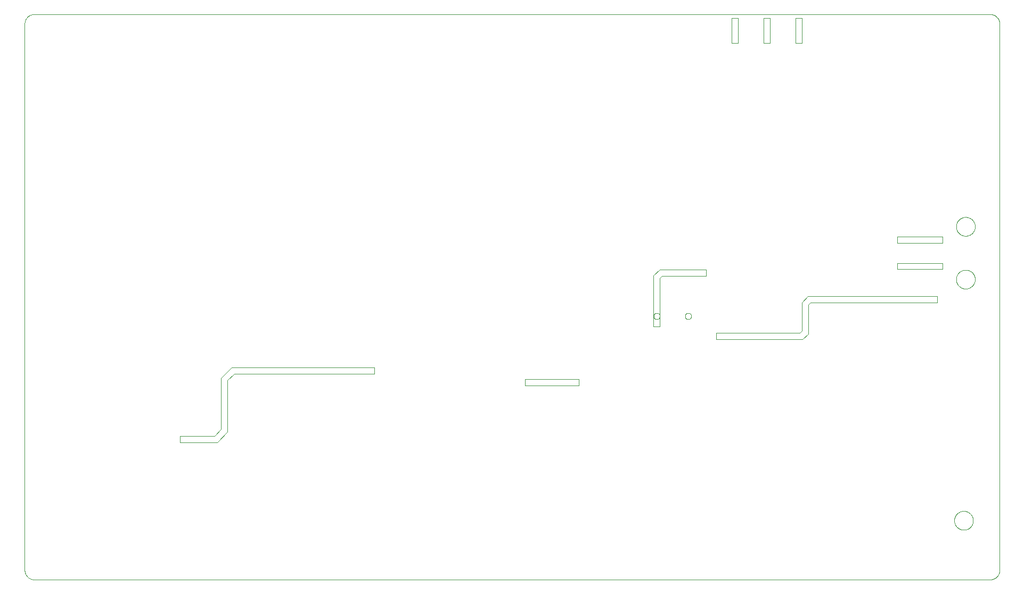
<source format=gko>
G75*
%MOIN*%
%OFA0B0*%
%FSLAX25Y25*%
%IPPOS*%
%LPD*%
%AMOC8*
5,1,8,0,0,1.08239X$1,22.5*
%
%ADD10C,0.00400*%
%ADD11C,0.00394*%
%ADD12C,0.00000*%
D10*
X0126977Y0108713D02*
X0126977Y0112713D01*
X0148627Y0112713D01*
X0152727Y0116813D01*
X0152727Y0149113D01*
X0159327Y0155713D01*
X0248727Y0155713D01*
X0248727Y0151713D01*
X0160827Y0151713D01*
X0156727Y0147613D01*
X0156727Y0115313D01*
X0150127Y0108713D01*
X0126977Y0108713D01*
X0342977Y0144213D02*
X0342977Y0148213D01*
X0376727Y0148213D01*
X0376727Y0144213D01*
X0342977Y0144213D01*
X0423427Y0181344D02*
X0427427Y0181344D01*
X0427427Y0211713D01*
X0428677Y0212963D01*
X0456295Y0212963D01*
X0456295Y0216963D01*
X0427177Y0216963D01*
X0423427Y0213213D01*
X0423427Y0181344D01*
X0462477Y0177213D02*
X0462477Y0173213D01*
X0516677Y0173213D01*
X0520177Y0176763D01*
X0520177Y0194913D01*
X0521477Y0196213D01*
X0600977Y0196213D01*
X0600977Y0200213D01*
X0519977Y0200213D01*
X0516177Y0196413D01*
X0516177Y0178513D01*
X0514927Y0177213D01*
X0462477Y0177213D01*
D11*
X0634058Y0022713D02*
X0035633Y0022713D01*
X0035633Y0022712D02*
X0035481Y0022714D01*
X0035329Y0022720D01*
X0035177Y0022730D01*
X0035026Y0022743D01*
X0034875Y0022761D01*
X0034724Y0022782D01*
X0034574Y0022808D01*
X0034425Y0022837D01*
X0034276Y0022870D01*
X0034129Y0022907D01*
X0033982Y0022947D01*
X0033837Y0022992D01*
X0033693Y0023040D01*
X0033550Y0023092D01*
X0033408Y0023147D01*
X0033268Y0023206D01*
X0033129Y0023269D01*
X0032992Y0023335D01*
X0032857Y0023405D01*
X0032724Y0023478D01*
X0032593Y0023555D01*
X0032463Y0023635D01*
X0032336Y0023718D01*
X0032211Y0023804D01*
X0032088Y0023894D01*
X0031968Y0023987D01*
X0031850Y0024083D01*
X0031734Y0024182D01*
X0031621Y0024284D01*
X0031511Y0024388D01*
X0031403Y0024496D01*
X0031299Y0024606D01*
X0031197Y0024719D01*
X0031098Y0024835D01*
X0031002Y0024953D01*
X0030909Y0025073D01*
X0030819Y0025196D01*
X0030733Y0025321D01*
X0030650Y0025448D01*
X0030570Y0025578D01*
X0030493Y0025709D01*
X0030420Y0025842D01*
X0030350Y0025977D01*
X0030284Y0026114D01*
X0030221Y0026253D01*
X0030162Y0026393D01*
X0030107Y0026535D01*
X0030055Y0026678D01*
X0030007Y0026822D01*
X0029962Y0026967D01*
X0029922Y0027114D01*
X0029885Y0027261D01*
X0029852Y0027410D01*
X0029823Y0027559D01*
X0029797Y0027709D01*
X0029776Y0027860D01*
X0029758Y0028011D01*
X0029745Y0028162D01*
X0029735Y0028314D01*
X0029729Y0028466D01*
X0029727Y0028618D01*
X0029727Y0371138D01*
X0029729Y0371290D01*
X0029735Y0371442D01*
X0029745Y0371594D01*
X0029758Y0371745D01*
X0029776Y0371896D01*
X0029797Y0372047D01*
X0029823Y0372197D01*
X0029852Y0372346D01*
X0029885Y0372495D01*
X0029922Y0372642D01*
X0029962Y0372789D01*
X0030007Y0372934D01*
X0030055Y0373078D01*
X0030107Y0373221D01*
X0030162Y0373363D01*
X0030221Y0373503D01*
X0030284Y0373642D01*
X0030350Y0373779D01*
X0030420Y0373914D01*
X0030493Y0374047D01*
X0030570Y0374178D01*
X0030650Y0374308D01*
X0030733Y0374435D01*
X0030819Y0374560D01*
X0030909Y0374683D01*
X0031002Y0374803D01*
X0031098Y0374921D01*
X0031197Y0375037D01*
X0031299Y0375150D01*
X0031403Y0375260D01*
X0031511Y0375368D01*
X0031621Y0375472D01*
X0031734Y0375574D01*
X0031850Y0375673D01*
X0031968Y0375769D01*
X0032088Y0375862D01*
X0032211Y0375952D01*
X0032336Y0376038D01*
X0032463Y0376121D01*
X0032593Y0376201D01*
X0032724Y0376278D01*
X0032857Y0376351D01*
X0032992Y0376421D01*
X0033129Y0376487D01*
X0033268Y0376550D01*
X0033408Y0376609D01*
X0033550Y0376664D01*
X0033693Y0376716D01*
X0033837Y0376764D01*
X0033982Y0376809D01*
X0034129Y0376849D01*
X0034276Y0376886D01*
X0034425Y0376919D01*
X0034574Y0376948D01*
X0034724Y0376974D01*
X0034875Y0376995D01*
X0035026Y0377013D01*
X0035177Y0377026D01*
X0035329Y0377036D01*
X0035481Y0377042D01*
X0035633Y0377044D01*
X0035633Y0377043D02*
X0634058Y0377043D01*
X0634058Y0377044D02*
X0634210Y0377042D01*
X0634362Y0377036D01*
X0634514Y0377026D01*
X0634665Y0377013D01*
X0634816Y0376995D01*
X0634967Y0376974D01*
X0635117Y0376948D01*
X0635266Y0376919D01*
X0635415Y0376886D01*
X0635562Y0376849D01*
X0635709Y0376809D01*
X0635854Y0376764D01*
X0635998Y0376716D01*
X0636141Y0376664D01*
X0636283Y0376609D01*
X0636423Y0376550D01*
X0636562Y0376487D01*
X0636699Y0376421D01*
X0636834Y0376351D01*
X0636967Y0376278D01*
X0637098Y0376201D01*
X0637228Y0376121D01*
X0637355Y0376038D01*
X0637480Y0375952D01*
X0637603Y0375862D01*
X0637723Y0375769D01*
X0637841Y0375673D01*
X0637957Y0375574D01*
X0638070Y0375472D01*
X0638180Y0375368D01*
X0638288Y0375260D01*
X0638392Y0375150D01*
X0638494Y0375037D01*
X0638593Y0374921D01*
X0638689Y0374803D01*
X0638782Y0374683D01*
X0638872Y0374560D01*
X0638958Y0374435D01*
X0639041Y0374308D01*
X0639121Y0374178D01*
X0639198Y0374047D01*
X0639271Y0373914D01*
X0639341Y0373779D01*
X0639407Y0373642D01*
X0639470Y0373503D01*
X0639529Y0373363D01*
X0639584Y0373221D01*
X0639636Y0373078D01*
X0639684Y0372934D01*
X0639729Y0372789D01*
X0639769Y0372642D01*
X0639806Y0372495D01*
X0639839Y0372346D01*
X0639868Y0372197D01*
X0639894Y0372047D01*
X0639915Y0371896D01*
X0639933Y0371745D01*
X0639946Y0371594D01*
X0639956Y0371442D01*
X0639962Y0371290D01*
X0639964Y0371138D01*
X0639963Y0371138D02*
X0639963Y0028618D01*
X0639964Y0028618D02*
X0639962Y0028466D01*
X0639956Y0028314D01*
X0639946Y0028162D01*
X0639933Y0028011D01*
X0639915Y0027860D01*
X0639894Y0027709D01*
X0639868Y0027559D01*
X0639839Y0027410D01*
X0639806Y0027261D01*
X0639769Y0027114D01*
X0639729Y0026967D01*
X0639684Y0026822D01*
X0639636Y0026678D01*
X0639584Y0026535D01*
X0639529Y0026393D01*
X0639470Y0026253D01*
X0639407Y0026114D01*
X0639341Y0025977D01*
X0639271Y0025842D01*
X0639198Y0025709D01*
X0639121Y0025578D01*
X0639041Y0025448D01*
X0638958Y0025321D01*
X0638872Y0025196D01*
X0638782Y0025073D01*
X0638689Y0024953D01*
X0638593Y0024835D01*
X0638494Y0024719D01*
X0638392Y0024606D01*
X0638288Y0024496D01*
X0638180Y0024388D01*
X0638070Y0024284D01*
X0637957Y0024182D01*
X0637841Y0024083D01*
X0637723Y0023987D01*
X0637603Y0023894D01*
X0637480Y0023804D01*
X0637355Y0023718D01*
X0637228Y0023635D01*
X0637098Y0023555D01*
X0636967Y0023478D01*
X0636834Y0023405D01*
X0636699Y0023335D01*
X0636562Y0023269D01*
X0636423Y0023206D01*
X0636283Y0023147D01*
X0636141Y0023092D01*
X0635998Y0023040D01*
X0635854Y0022992D01*
X0635709Y0022947D01*
X0635562Y0022907D01*
X0635415Y0022870D01*
X0635266Y0022837D01*
X0635117Y0022808D01*
X0634967Y0022782D01*
X0634816Y0022761D01*
X0634665Y0022743D01*
X0634514Y0022730D01*
X0634362Y0022720D01*
X0634210Y0022714D01*
X0634058Y0022712D01*
X0604136Y0217201D02*
X0575790Y0217201D01*
X0575790Y0221138D01*
X0604136Y0221138D01*
X0604136Y0217201D01*
X0604136Y0233736D02*
X0575790Y0233736D01*
X0575790Y0237673D01*
X0604136Y0237673D01*
X0604136Y0233736D01*
X0516262Y0358839D02*
X0512325Y0358839D01*
X0512325Y0374587D01*
X0516262Y0374587D01*
X0516262Y0358839D01*
X0496262Y0358839D02*
X0496262Y0374587D01*
X0492325Y0374587D01*
X0492325Y0358839D01*
X0496262Y0358839D01*
X0476262Y0358839D02*
X0476262Y0374587D01*
X0472325Y0374587D01*
X0472325Y0358839D01*
X0476262Y0358839D01*
D12*
X0612797Y0243972D02*
X0612799Y0244125D01*
X0612805Y0244279D01*
X0612815Y0244432D01*
X0612829Y0244584D01*
X0612847Y0244737D01*
X0612869Y0244888D01*
X0612894Y0245039D01*
X0612924Y0245190D01*
X0612958Y0245340D01*
X0612995Y0245488D01*
X0613036Y0245636D01*
X0613081Y0245782D01*
X0613130Y0245928D01*
X0613183Y0246072D01*
X0613239Y0246214D01*
X0613299Y0246355D01*
X0613363Y0246495D01*
X0613430Y0246633D01*
X0613501Y0246769D01*
X0613576Y0246903D01*
X0613653Y0247035D01*
X0613735Y0247165D01*
X0613819Y0247293D01*
X0613907Y0247419D01*
X0613998Y0247542D01*
X0614092Y0247663D01*
X0614190Y0247781D01*
X0614290Y0247897D01*
X0614394Y0248010D01*
X0614500Y0248121D01*
X0614609Y0248229D01*
X0614721Y0248334D01*
X0614835Y0248435D01*
X0614953Y0248534D01*
X0615072Y0248630D01*
X0615194Y0248723D01*
X0615319Y0248812D01*
X0615446Y0248899D01*
X0615575Y0248981D01*
X0615706Y0249061D01*
X0615839Y0249137D01*
X0615974Y0249210D01*
X0616111Y0249279D01*
X0616250Y0249344D01*
X0616390Y0249406D01*
X0616532Y0249464D01*
X0616675Y0249519D01*
X0616820Y0249570D01*
X0616966Y0249617D01*
X0617113Y0249660D01*
X0617261Y0249699D01*
X0617410Y0249735D01*
X0617560Y0249766D01*
X0617711Y0249794D01*
X0617862Y0249818D01*
X0618015Y0249838D01*
X0618167Y0249854D01*
X0618320Y0249866D01*
X0618473Y0249874D01*
X0618626Y0249878D01*
X0618780Y0249878D01*
X0618933Y0249874D01*
X0619086Y0249866D01*
X0619239Y0249854D01*
X0619391Y0249838D01*
X0619544Y0249818D01*
X0619695Y0249794D01*
X0619846Y0249766D01*
X0619996Y0249735D01*
X0620145Y0249699D01*
X0620293Y0249660D01*
X0620440Y0249617D01*
X0620586Y0249570D01*
X0620731Y0249519D01*
X0620874Y0249464D01*
X0621016Y0249406D01*
X0621156Y0249344D01*
X0621295Y0249279D01*
X0621432Y0249210D01*
X0621567Y0249137D01*
X0621700Y0249061D01*
X0621831Y0248981D01*
X0621960Y0248899D01*
X0622087Y0248812D01*
X0622212Y0248723D01*
X0622334Y0248630D01*
X0622453Y0248534D01*
X0622571Y0248435D01*
X0622685Y0248334D01*
X0622797Y0248229D01*
X0622906Y0248121D01*
X0623012Y0248010D01*
X0623116Y0247897D01*
X0623216Y0247781D01*
X0623314Y0247663D01*
X0623408Y0247542D01*
X0623499Y0247419D01*
X0623587Y0247293D01*
X0623671Y0247165D01*
X0623753Y0247035D01*
X0623830Y0246903D01*
X0623905Y0246769D01*
X0623976Y0246633D01*
X0624043Y0246495D01*
X0624107Y0246355D01*
X0624167Y0246214D01*
X0624223Y0246072D01*
X0624276Y0245928D01*
X0624325Y0245782D01*
X0624370Y0245636D01*
X0624411Y0245488D01*
X0624448Y0245340D01*
X0624482Y0245190D01*
X0624512Y0245039D01*
X0624537Y0244888D01*
X0624559Y0244737D01*
X0624577Y0244584D01*
X0624591Y0244432D01*
X0624601Y0244279D01*
X0624607Y0244125D01*
X0624609Y0243972D01*
X0624607Y0243819D01*
X0624601Y0243665D01*
X0624591Y0243512D01*
X0624577Y0243360D01*
X0624559Y0243207D01*
X0624537Y0243056D01*
X0624512Y0242905D01*
X0624482Y0242754D01*
X0624448Y0242604D01*
X0624411Y0242456D01*
X0624370Y0242308D01*
X0624325Y0242162D01*
X0624276Y0242016D01*
X0624223Y0241872D01*
X0624167Y0241730D01*
X0624107Y0241589D01*
X0624043Y0241449D01*
X0623976Y0241311D01*
X0623905Y0241175D01*
X0623830Y0241041D01*
X0623753Y0240909D01*
X0623671Y0240779D01*
X0623587Y0240651D01*
X0623499Y0240525D01*
X0623408Y0240402D01*
X0623314Y0240281D01*
X0623216Y0240163D01*
X0623116Y0240047D01*
X0623012Y0239934D01*
X0622906Y0239823D01*
X0622797Y0239715D01*
X0622685Y0239610D01*
X0622571Y0239509D01*
X0622453Y0239410D01*
X0622334Y0239314D01*
X0622212Y0239221D01*
X0622087Y0239132D01*
X0621960Y0239045D01*
X0621831Y0238963D01*
X0621700Y0238883D01*
X0621567Y0238807D01*
X0621432Y0238734D01*
X0621295Y0238665D01*
X0621156Y0238600D01*
X0621016Y0238538D01*
X0620874Y0238480D01*
X0620731Y0238425D01*
X0620586Y0238374D01*
X0620440Y0238327D01*
X0620293Y0238284D01*
X0620145Y0238245D01*
X0619996Y0238209D01*
X0619846Y0238178D01*
X0619695Y0238150D01*
X0619544Y0238126D01*
X0619391Y0238106D01*
X0619239Y0238090D01*
X0619086Y0238078D01*
X0618933Y0238070D01*
X0618780Y0238066D01*
X0618626Y0238066D01*
X0618473Y0238070D01*
X0618320Y0238078D01*
X0618167Y0238090D01*
X0618015Y0238106D01*
X0617862Y0238126D01*
X0617711Y0238150D01*
X0617560Y0238178D01*
X0617410Y0238209D01*
X0617261Y0238245D01*
X0617113Y0238284D01*
X0616966Y0238327D01*
X0616820Y0238374D01*
X0616675Y0238425D01*
X0616532Y0238480D01*
X0616390Y0238538D01*
X0616250Y0238600D01*
X0616111Y0238665D01*
X0615974Y0238734D01*
X0615839Y0238807D01*
X0615706Y0238883D01*
X0615575Y0238963D01*
X0615446Y0239045D01*
X0615319Y0239132D01*
X0615194Y0239221D01*
X0615072Y0239314D01*
X0614953Y0239410D01*
X0614835Y0239509D01*
X0614721Y0239610D01*
X0614609Y0239715D01*
X0614500Y0239823D01*
X0614394Y0239934D01*
X0614290Y0240047D01*
X0614190Y0240163D01*
X0614092Y0240281D01*
X0613998Y0240402D01*
X0613907Y0240525D01*
X0613819Y0240651D01*
X0613735Y0240779D01*
X0613653Y0240909D01*
X0613576Y0241041D01*
X0613501Y0241175D01*
X0613430Y0241311D01*
X0613363Y0241449D01*
X0613299Y0241589D01*
X0613239Y0241730D01*
X0613183Y0241872D01*
X0613130Y0242016D01*
X0613081Y0242162D01*
X0613036Y0242308D01*
X0612995Y0242456D01*
X0612958Y0242604D01*
X0612924Y0242754D01*
X0612894Y0242905D01*
X0612869Y0243056D01*
X0612847Y0243207D01*
X0612829Y0243360D01*
X0612815Y0243512D01*
X0612805Y0243665D01*
X0612799Y0243819D01*
X0612797Y0243972D01*
X0612797Y0210902D02*
X0612799Y0211055D01*
X0612805Y0211209D01*
X0612815Y0211362D01*
X0612829Y0211514D01*
X0612847Y0211667D01*
X0612869Y0211818D01*
X0612894Y0211969D01*
X0612924Y0212120D01*
X0612958Y0212270D01*
X0612995Y0212418D01*
X0613036Y0212566D01*
X0613081Y0212712D01*
X0613130Y0212858D01*
X0613183Y0213002D01*
X0613239Y0213144D01*
X0613299Y0213285D01*
X0613363Y0213425D01*
X0613430Y0213563D01*
X0613501Y0213699D01*
X0613576Y0213833D01*
X0613653Y0213965D01*
X0613735Y0214095D01*
X0613819Y0214223D01*
X0613907Y0214349D01*
X0613998Y0214472D01*
X0614092Y0214593D01*
X0614190Y0214711D01*
X0614290Y0214827D01*
X0614394Y0214940D01*
X0614500Y0215051D01*
X0614609Y0215159D01*
X0614721Y0215264D01*
X0614835Y0215365D01*
X0614953Y0215464D01*
X0615072Y0215560D01*
X0615194Y0215653D01*
X0615319Y0215742D01*
X0615446Y0215829D01*
X0615575Y0215911D01*
X0615706Y0215991D01*
X0615839Y0216067D01*
X0615974Y0216140D01*
X0616111Y0216209D01*
X0616250Y0216274D01*
X0616390Y0216336D01*
X0616532Y0216394D01*
X0616675Y0216449D01*
X0616820Y0216500D01*
X0616966Y0216547D01*
X0617113Y0216590D01*
X0617261Y0216629D01*
X0617410Y0216665D01*
X0617560Y0216696D01*
X0617711Y0216724D01*
X0617862Y0216748D01*
X0618015Y0216768D01*
X0618167Y0216784D01*
X0618320Y0216796D01*
X0618473Y0216804D01*
X0618626Y0216808D01*
X0618780Y0216808D01*
X0618933Y0216804D01*
X0619086Y0216796D01*
X0619239Y0216784D01*
X0619391Y0216768D01*
X0619544Y0216748D01*
X0619695Y0216724D01*
X0619846Y0216696D01*
X0619996Y0216665D01*
X0620145Y0216629D01*
X0620293Y0216590D01*
X0620440Y0216547D01*
X0620586Y0216500D01*
X0620731Y0216449D01*
X0620874Y0216394D01*
X0621016Y0216336D01*
X0621156Y0216274D01*
X0621295Y0216209D01*
X0621432Y0216140D01*
X0621567Y0216067D01*
X0621700Y0215991D01*
X0621831Y0215911D01*
X0621960Y0215829D01*
X0622087Y0215742D01*
X0622212Y0215653D01*
X0622334Y0215560D01*
X0622453Y0215464D01*
X0622571Y0215365D01*
X0622685Y0215264D01*
X0622797Y0215159D01*
X0622906Y0215051D01*
X0623012Y0214940D01*
X0623116Y0214827D01*
X0623216Y0214711D01*
X0623314Y0214593D01*
X0623408Y0214472D01*
X0623499Y0214349D01*
X0623587Y0214223D01*
X0623671Y0214095D01*
X0623753Y0213965D01*
X0623830Y0213833D01*
X0623905Y0213699D01*
X0623976Y0213563D01*
X0624043Y0213425D01*
X0624107Y0213285D01*
X0624167Y0213144D01*
X0624223Y0213002D01*
X0624276Y0212858D01*
X0624325Y0212712D01*
X0624370Y0212566D01*
X0624411Y0212418D01*
X0624448Y0212270D01*
X0624482Y0212120D01*
X0624512Y0211969D01*
X0624537Y0211818D01*
X0624559Y0211667D01*
X0624577Y0211514D01*
X0624591Y0211362D01*
X0624601Y0211209D01*
X0624607Y0211055D01*
X0624609Y0210902D01*
X0624607Y0210749D01*
X0624601Y0210595D01*
X0624591Y0210442D01*
X0624577Y0210290D01*
X0624559Y0210137D01*
X0624537Y0209986D01*
X0624512Y0209835D01*
X0624482Y0209684D01*
X0624448Y0209534D01*
X0624411Y0209386D01*
X0624370Y0209238D01*
X0624325Y0209092D01*
X0624276Y0208946D01*
X0624223Y0208802D01*
X0624167Y0208660D01*
X0624107Y0208519D01*
X0624043Y0208379D01*
X0623976Y0208241D01*
X0623905Y0208105D01*
X0623830Y0207971D01*
X0623753Y0207839D01*
X0623671Y0207709D01*
X0623587Y0207581D01*
X0623499Y0207455D01*
X0623408Y0207332D01*
X0623314Y0207211D01*
X0623216Y0207093D01*
X0623116Y0206977D01*
X0623012Y0206864D01*
X0622906Y0206753D01*
X0622797Y0206645D01*
X0622685Y0206540D01*
X0622571Y0206439D01*
X0622453Y0206340D01*
X0622334Y0206244D01*
X0622212Y0206151D01*
X0622087Y0206062D01*
X0621960Y0205975D01*
X0621831Y0205893D01*
X0621700Y0205813D01*
X0621567Y0205737D01*
X0621432Y0205664D01*
X0621295Y0205595D01*
X0621156Y0205530D01*
X0621016Y0205468D01*
X0620874Y0205410D01*
X0620731Y0205355D01*
X0620586Y0205304D01*
X0620440Y0205257D01*
X0620293Y0205214D01*
X0620145Y0205175D01*
X0619996Y0205139D01*
X0619846Y0205108D01*
X0619695Y0205080D01*
X0619544Y0205056D01*
X0619391Y0205036D01*
X0619239Y0205020D01*
X0619086Y0205008D01*
X0618933Y0205000D01*
X0618780Y0204996D01*
X0618626Y0204996D01*
X0618473Y0205000D01*
X0618320Y0205008D01*
X0618167Y0205020D01*
X0618015Y0205036D01*
X0617862Y0205056D01*
X0617711Y0205080D01*
X0617560Y0205108D01*
X0617410Y0205139D01*
X0617261Y0205175D01*
X0617113Y0205214D01*
X0616966Y0205257D01*
X0616820Y0205304D01*
X0616675Y0205355D01*
X0616532Y0205410D01*
X0616390Y0205468D01*
X0616250Y0205530D01*
X0616111Y0205595D01*
X0615974Y0205664D01*
X0615839Y0205737D01*
X0615706Y0205813D01*
X0615575Y0205893D01*
X0615446Y0205975D01*
X0615319Y0206062D01*
X0615194Y0206151D01*
X0615072Y0206244D01*
X0614953Y0206340D01*
X0614835Y0206439D01*
X0614721Y0206540D01*
X0614609Y0206645D01*
X0614500Y0206753D01*
X0614394Y0206864D01*
X0614290Y0206977D01*
X0614190Y0207093D01*
X0614092Y0207211D01*
X0613998Y0207332D01*
X0613907Y0207455D01*
X0613819Y0207581D01*
X0613735Y0207709D01*
X0613653Y0207839D01*
X0613576Y0207971D01*
X0613501Y0208105D01*
X0613430Y0208241D01*
X0613363Y0208379D01*
X0613299Y0208519D01*
X0613239Y0208660D01*
X0613183Y0208802D01*
X0613130Y0208946D01*
X0613081Y0209092D01*
X0613036Y0209238D01*
X0612995Y0209386D01*
X0612958Y0209534D01*
X0612924Y0209684D01*
X0612894Y0209835D01*
X0612869Y0209986D01*
X0612847Y0210137D01*
X0612829Y0210290D01*
X0612815Y0210442D01*
X0612805Y0210595D01*
X0612799Y0210749D01*
X0612797Y0210902D01*
X0443101Y0187833D02*
X0443103Y0187921D01*
X0443109Y0188009D01*
X0443119Y0188097D01*
X0443133Y0188185D01*
X0443150Y0188271D01*
X0443172Y0188357D01*
X0443197Y0188441D01*
X0443227Y0188525D01*
X0443259Y0188607D01*
X0443296Y0188687D01*
X0443336Y0188766D01*
X0443380Y0188843D01*
X0443427Y0188918D01*
X0443477Y0188990D01*
X0443531Y0189061D01*
X0443587Y0189128D01*
X0443647Y0189194D01*
X0443709Y0189256D01*
X0443775Y0189316D01*
X0443842Y0189372D01*
X0443913Y0189426D01*
X0443985Y0189476D01*
X0444060Y0189523D01*
X0444137Y0189567D01*
X0444216Y0189607D01*
X0444296Y0189644D01*
X0444378Y0189676D01*
X0444462Y0189706D01*
X0444546Y0189731D01*
X0444632Y0189753D01*
X0444718Y0189770D01*
X0444806Y0189784D01*
X0444894Y0189794D01*
X0444982Y0189800D01*
X0445070Y0189802D01*
X0445158Y0189800D01*
X0445246Y0189794D01*
X0445334Y0189784D01*
X0445422Y0189770D01*
X0445508Y0189753D01*
X0445594Y0189731D01*
X0445678Y0189706D01*
X0445762Y0189676D01*
X0445844Y0189644D01*
X0445924Y0189607D01*
X0446003Y0189567D01*
X0446080Y0189523D01*
X0446155Y0189476D01*
X0446227Y0189426D01*
X0446298Y0189372D01*
X0446365Y0189316D01*
X0446431Y0189256D01*
X0446493Y0189194D01*
X0446553Y0189128D01*
X0446609Y0189061D01*
X0446663Y0188990D01*
X0446713Y0188918D01*
X0446760Y0188843D01*
X0446804Y0188766D01*
X0446844Y0188687D01*
X0446881Y0188607D01*
X0446913Y0188525D01*
X0446943Y0188441D01*
X0446968Y0188357D01*
X0446990Y0188271D01*
X0447007Y0188185D01*
X0447021Y0188097D01*
X0447031Y0188009D01*
X0447037Y0187921D01*
X0447039Y0187833D01*
X0447037Y0187745D01*
X0447031Y0187657D01*
X0447021Y0187569D01*
X0447007Y0187481D01*
X0446990Y0187395D01*
X0446968Y0187309D01*
X0446943Y0187225D01*
X0446913Y0187141D01*
X0446881Y0187059D01*
X0446844Y0186979D01*
X0446804Y0186900D01*
X0446760Y0186823D01*
X0446713Y0186748D01*
X0446663Y0186676D01*
X0446609Y0186605D01*
X0446553Y0186538D01*
X0446493Y0186472D01*
X0446431Y0186410D01*
X0446365Y0186350D01*
X0446298Y0186294D01*
X0446227Y0186240D01*
X0446155Y0186190D01*
X0446080Y0186143D01*
X0446003Y0186099D01*
X0445924Y0186059D01*
X0445844Y0186022D01*
X0445762Y0185990D01*
X0445678Y0185960D01*
X0445594Y0185935D01*
X0445508Y0185913D01*
X0445422Y0185896D01*
X0445334Y0185882D01*
X0445246Y0185872D01*
X0445158Y0185866D01*
X0445070Y0185864D01*
X0444982Y0185866D01*
X0444894Y0185872D01*
X0444806Y0185882D01*
X0444718Y0185896D01*
X0444632Y0185913D01*
X0444546Y0185935D01*
X0444462Y0185960D01*
X0444378Y0185990D01*
X0444296Y0186022D01*
X0444216Y0186059D01*
X0444137Y0186099D01*
X0444060Y0186143D01*
X0443985Y0186190D01*
X0443913Y0186240D01*
X0443842Y0186294D01*
X0443775Y0186350D01*
X0443709Y0186410D01*
X0443647Y0186472D01*
X0443587Y0186538D01*
X0443531Y0186605D01*
X0443477Y0186676D01*
X0443427Y0186748D01*
X0443380Y0186823D01*
X0443336Y0186900D01*
X0443296Y0186979D01*
X0443259Y0187059D01*
X0443227Y0187141D01*
X0443197Y0187225D01*
X0443172Y0187309D01*
X0443150Y0187395D01*
X0443133Y0187481D01*
X0443119Y0187569D01*
X0443109Y0187657D01*
X0443103Y0187745D01*
X0443101Y0187833D01*
X0423416Y0187833D02*
X0423418Y0187921D01*
X0423424Y0188009D01*
X0423434Y0188097D01*
X0423448Y0188185D01*
X0423465Y0188271D01*
X0423487Y0188357D01*
X0423512Y0188441D01*
X0423542Y0188525D01*
X0423574Y0188607D01*
X0423611Y0188687D01*
X0423651Y0188766D01*
X0423695Y0188843D01*
X0423742Y0188918D01*
X0423792Y0188990D01*
X0423846Y0189061D01*
X0423902Y0189128D01*
X0423962Y0189194D01*
X0424024Y0189256D01*
X0424090Y0189316D01*
X0424157Y0189372D01*
X0424228Y0189426D01*
X0424300Y0189476D01*
X0424375Y0189523D01*
X0424452Y0189567D01*
X0424531Y0189607D01*
X0424611Y0189644D01*
X0424693Y0189676D01*
X0424777Y0189706D01*
X0424861Y0189731D01*
X0424947Y0189753D01*
X0425033Y0189770D01*
X0425121Y0189784D01*
X0425209Y0189794D01*
X0425297Y0189800D01*
X0425385Y0189802D01*
X0425473Y0189800D01*
X0425561Y0189794D01*
X0425649Y0189784D01*
X0425737Y0189770D01*
X0425823Y0189753D01*
X0425909Y0189731D01*
X0425993Y0189706D01*
X0426077Y0189676D01*
X0426159Y0189644D01*
X0426239Y0189607D01*
X0426318Y0189567D01*
X0426395Y0189523D01*
X0426470Y0189476D01*
X0426542Y0189426D01*
X0426613Y0189372D01*
X0426680Y0189316D01*
X0426746Y0189256D01*
X0426808Y0189194D01*
X0426868Y0189128D01*
X0426924Y0189061D01*
X0426978Y0188990D01*
X0427028Y0188918D01*
X0427075Y0188843D01*
X0427119Y0188766D01*
X0427159Y0188687D01*
X0427196Y0188607D01*
X0427228Y0188525D01*
X0427258Y0188441D01*
X0427283Y0188357D01*
X0427305Y0188271D01*
X0427322Y0188185D01*
X0427336Y0188097D01*
X0427346Y0188009D01*
X0427352Y0187921D01*
X0427354Y0187833D01*
X0427352Y0187745D01*
X0427346Y0187657D01*
X0427336Y0187569D01*
X0427322Y0187481D01*
X0427305Y0187395D01*
X0427283Y0187309D01*
X0427258Y0187225D01*
X0427228Y0187141D01*
X0427196Y0187059D01*
X0427159Y0186979D01*
X0427119Y0186900D01*
X0427075Y0186823D01*
X0427028Y0186748D01*
X0426978Y0186676D01*
X0426924Y0186605D01*
X0426868Y0186538D01*
X0426808Y0186472D01*
X0426746Y0186410D01*
X0426680Y0186350D01*
X0426613Y0186294D01*
X0426542Y0186240D01*
X0426470Y0186190D01*
X0426395Y0186143D01*
X0426318Y0186099D01*
X0426239Y0186059D01*
X0426159Y0186022D01*
X0426077Y0185990D01*
X0425993Y0185960D01*
X0425909Y0185935D01*
X0425823Y0185913D01*
X0425737Y0185896D01*
X0425649Y0185882D01*
X0425561Y0185872D01*
X0425473Y0185866D01*
X0425385Y0185864D01*
X0425297Y0185866D01*
X0425209Y0185872D01*
X0425121Y0185882D01*
X0425033Y0185896D01*
X0424947Y0185913D01*
X0424861Y0185935D01*
X0424777Y0185960D01*
X0424693Y0185990D01*
X0424611Y0186022D01*
X0424531Y0186059D01*
X0424452Y0186099D01*
X0424375Y0186143D01*
X0424300Y0186190D01*
X0424228Y0186240D01*
X0424157Y0186294D01*
X0424090Y0186350D01*
X0424024Y0186410D01*
X0423962Y0186472D01*
X0423902Y0186538D01*
X0423846Y0186605D01*
X0423792Y0186676D01*
X0423742Y0186748D01*
X0423695Y0186823D01*
X0423651Y0186900D01*
X0423611Y0186979D01*
X0423574Y0187059D01*
X0423542Y0187141D01*
X0423512Y0187225D01*
X0423487Y0187309D01*
X0423465Y0187395D01*
X0423448Y0187481D01*
X0423434Y0187569D01*
X0423424Y0187657D01*
X0423418Y0187745D01*
X0423416Y0187833D01*
X0611616Y0059720D02*
X0611618Y0059873D01*
X0611624Y0060027D01*
X0611634Y0060180D01*
X0611648Y0060332D01*
X0611666Y0060485D01*
X0611688Y0060636D01*
X0611713Y0060787D01*
X0611743Y0060938D01*
X0611777Y0061088D01*
X0611814Y0061236D01*
X0611855Y0061384D01*
X0611900Y0061530D01*
X0611949Y0061676D01*
X0612002Y0061820D01*
X0612058Y0061962D01*
X0612118Y0062103D01*
X0612182Y0062243D01*
X0612249Y0062381D01*
X0612320Y0062517D01*
X0612395Y0062651D01*
X0612472Y0062783D01*
X0612554Y0062913D01*
X0612638Y0063041D01*
X0612726Y0063167D01*
X0612817Y0063290D01*
X0612911Y0063411D01*
X0613009Y0063529D01*
X0613109Y0063645D01*
X0613213Y0063758D01*
X0613319Y0063869D01*
X0613428Y0063977D01*
X0613540Y0064082D01*
X0613654Y0064183D01*
X0613772Y0064282D01*
X0613891Y0064378D01*
X0614013Y0064471D01*
X0614138Y0064560D01*
X0614265Y0064647D01*
X0614394Y0064729D01*
X0614525Y0064809D01*
X0614658Y0064885D01*
X0614793Y0064958D01*
X0614930Y0065027D01*
X0615069Y0065092D01*
X0615209Y0065154D01*
X0615351Y0065212D01*
X0615494Y0065267D01*
X0615639Y0065318D01*
X0615785Y0065365D01*
X0615932Y0065408D01*
X0616080Y0065447D01*
X0616229Y0065483D01*
X0616379Y0065514D01*
X0616530Y0065542D01*
X0616681Y0065566D01*
X0616834Y0065586D01*
X0616986Y0065602D01*
X0617139Y0065614D01*
X0617292Y0065622D01*
X0617445Y0065626D01*
X0617599Y0065626D01*
X0617752Y0065622D01*
X0617905Y0065614D01*
X0618058Y0065602D01*
X0618210Y0065586D01*
X0618363Y0065566D01*
X0618514Y0065542D01*
X0618665Y0065514D01*
X0618815Y0065483D01*
X0618964Y0065447D01*
X0619112Y0065408D01*
X0619259Y0065365D01*
X0619405Y0065318D01*
X0619550Y0065267D01*
X0619693Y0065212D01*
X0619835Y0065154D01*
X0619975Y0065092D01*
X0620114Y0065027D01*
X0620251Y0064958D01*
X0620386Y0064885D01*
X0620519Y0064809D01*
X0620650Y0064729D01*
X0620779Y0064647D01*
X0620906Y0064560D01*
X0621031Y0064471D01*
X0621153Y0064378D01*
X0621272Y0064282D01*
X0621390Y0064183D01*
X0621504Y0064082D01*
X0621616Y0063977D01*
X0621725Y0063869D01*
X0621831Y0063758D01*
X0621935Y0063645D01*
X0622035Y0063529D01*
X0622133Y0063411D01*
X0622227Y0063290D01*
X0622318Y0063167D01*
X0622406Y0063041D01*
X0622490Y0062913D01*
X0622572Y0062783D01*
X0622649Y0062651D01*
X0622724Y0062517D01*
X0622795Y0062381D01*
X0622862Y0062243D01*
X0622926Y0062103D01*
X0622986Y0061962D01*
X0623042Y0061820D01*
X0623095Y0061676D01*
X0623144Y0061530D01*
X0623189Y0061384D01*
X0623230Y0061236D01*
X0623267Y0061088D01*
X0623301Y0060938D01*
X0623331Y0060787D01*
X0623356Y0060636D01*
X0623378Y0060485D01*
X0623396Y0060332D01*
X0623410Y0060180D01*
X0623420Y0060027D01*
X0623426Y0059873D01*
X0623428Y0059720D01*
X0623426Y0059567D01*
X0623420Y0059413D01*
X0623410Y0059260D01*
X0623396Y0059108D01*
X0623378Y0058955D01*
X0623356Y0058804D01*
X0623331Y0058653D01*
X0623301Y0058502D01*
X0623267Y0058352D01*
X0623230Y0058204D01*
X0623189Y0058056D01*
X0623144Y0057910D01*
X0623095Y0057764D01*
X0623042Y0057620D01*
X0622986Y0057478D01*
X0622926Y0057337D01*
X0622862Y0057197D01*
X0622795Y0057059D01*
X0622724Y0056923D01*
X0622649Y0056789D01*
X0622572Y0056657D01*
X0622490Y0056527D01*
X0622406Y0056399D01*
X0622318Y0056273D01*
X0622227Y0056150D01*
X0622133Y0056029D01*
X0622035Y0055911D01*
X0621935Y0055795D01*
X0621831Y0055682D01*
X0621725Y0055571D01*
X0621616Y0055463D01*
X0621504Y0055358D01*
X0621390Y0055257D01*
X0621272Y0055158D01*
X0621153Y0055062D01*
X0621031Y0054969D01*
X0620906Y0054880D01*
X0620779Y0054793D01*
X0620650Y0054711D01*
X0620519Y0054631D01*
X0620386Y0054555D01*
X0620251Y0054482D01*
X0620114Y0054413D01*
X0619975Y0054348D01*
X0619835Y0054286D01*
X0619693Y0054228D01*
X0619550Y0054173D01*
X0619405Y0054122D01*
X0619259Y0054075D01*
X0619112Y0054032D01*
X0618964Y0053993D01*
X0618815Y0053957D01*
X0618665Y0053926D01*
X0618514Y0053898D01*
X0618363Y0053874D01*
X0618210Y0053854D01*
X0618058Y0053838D01*
X0617905Y0053826D01*
X0617752Y0053818D01*
X0617599Y0053814D01*
X0617445Y0053814D01*
X0617292Y0053818D01*
X0617139Y0053826D01*
X0616986Y0053838D01*
X0616834Y0053854D01*
X0616681Y0053874D01*
X0616530Y0053898D01*
X0616379Y0053926D01*
X0616229Y0053957D01*
X0616080Y0053993D01*
X0615932Y0054032D01*
X0615785Y0054075D01*
X0615639Y0054122D01*
X0615494Y0054173D01*
X0615351Y0054228D01*
X0615209Y0054286D01*
X0615069Y0054348D01*
X0614930Y0054413D01*
X0614793Y0054482D01*
X0614658Y0054555D01*
X0614525Y0054631D01*
X0614394Y0054711D01*
X0614265Y0054793D01*
X0614138Y0054880D01*
X0614013Y0054969D01*
X0613891Y0055062D01*
X0613772Y0055158D01*
X0613654Y0055257D01*
X0613540Y0055358D01*
X0613428Y0055463D01*
X0613319Y0055571D01*
X0613213Y0055682D01*
X0613109Y0055795D01*
X0613009Y0055911D01*
X0612911Y0056029D01*
X0612817Y0056150D01*
X0612726Y0056273D01*
X0612638Y0056399D01*
X0612554Y0056527D01*
X0612472Y0056657D01*
X0612395Y0056789D01*
X0612320Y0056923D01*
X0612249Y0057059D01*
X0612182Y0057197D01*
X0612118Y0057337D01*
X0612058Y0057478D01*
X0612002Y0057620D01*
X0611949Y0057764D01*
X0611900Y0057910D01*
X0611855Y0058056D01*
X0611814Y0058204D01*
X0611777Y0058352D01*
X0611743Y0058502D01*
X0611713Y0058653D01*
X0611688Y0058804D01*
X0611666Y0058955D01*
X0611648Y0059108D01*
X0611634Y0059260D01*
X0611624Y0059413D01*
X0611618Y0059567D01*
X0611616Y0059720D01*
M02*

</source>
